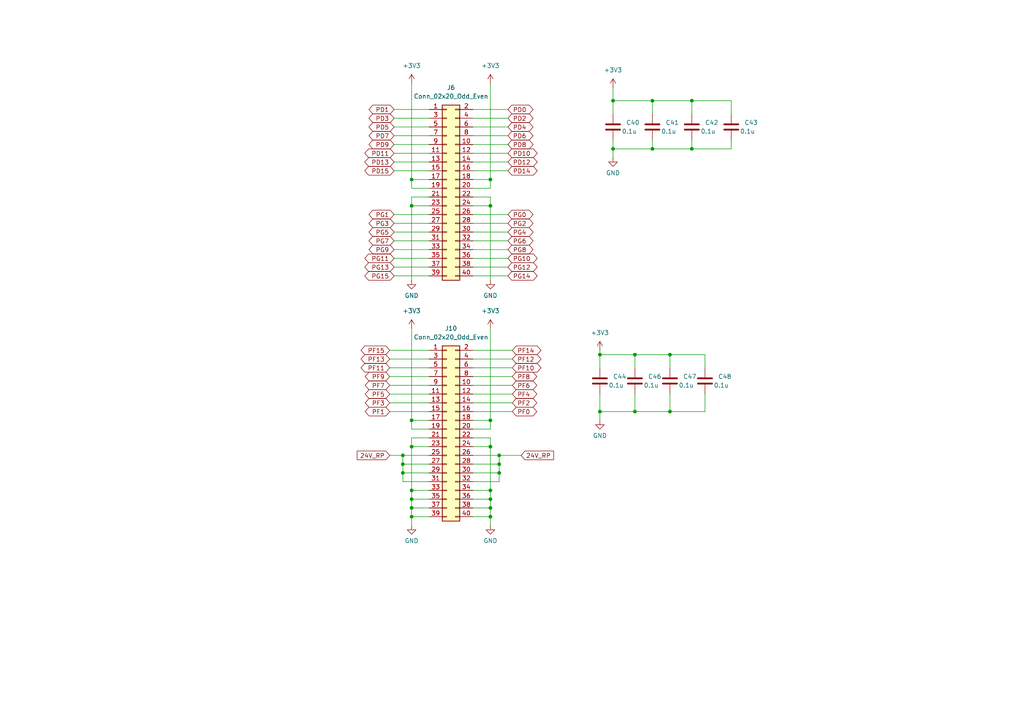
<source format=kicad_sch>
(kicad_sch (version 20231120) (generator "eeschema") (generator_version "8.0")
  (paper "A4")
  (lib_symbols
    (symbol "Connector_Generic:Conn_02x20_Odd_Even" (pin_names (offset 1.016) hide)
      (property "Reference" "J" (at 1.27 25.4 0))
      (property "Value" "Conn_02x20_Odd_Even" (at 1.27 -27.94 0))
      (symbol "Conn_02x20_Odd_Even_1_1"
        (rectangle (start -1.27 -25.273) (end 0 -25.527) (stroke (width 0.1524)))
        (rectangle (start -1.27 -22.733) (end 0 -22.987) (stroke (width 0.1524)))
        (rectangle (start -1.27 -20.193) (end 0 -20.447) (stroke (width 0.1524)))
        (rectangle (start -1.27 -17.653) (end 0 -17.907) (stroke (width 0.1524)))
        (rectangle (start -1.27 -15.113) (end 0 -15.367) (stroke (width 0.1524)))
        (rectangle (start -1.27 -12.573) (end 0 -12.827) (stroke (width 0.1524)))
        (rectangle (start -1.27 -10.033) (end 0 -10.287) (stroke (width 0.1524)))
        (rectangle (start -1.27 -7.493) (end 0 -7.747) (stroke (width 0.1524)))
        (rectangle (start -1.27 -4.953) (end 0 -5.207) (stroke (width 0.1524)))
        (rectangle (start -1.27 -2.413) (end 0 -2.667) (stroke (width 0.1524)))
        (rectangle (start -1.27 0.127) (end 0 -0.127) (stroke (width 0.1524)))
        (rectangle (start -1.27 2.667) (end 0 2.413) (stroke (width 0.1524)))
        (rectangle (start -1.27 5.207) (end 0 4.953) (stroke (width 0.1524)))
        (rectangle (start -1.27 7.747) (end 0 7.493) (stroke (width 0.1524)))
        (rectangle (start -1.27 10.287) (end 0 10.033) (stroke (width 0.1524)))
        (rectangle (start -1.27 12.827) (end 0 12.573) (stroke (width 0.1524)))
        (rectangle (start -1.27 15.367) (end 0 15.113) (stroke (width 0.1524)))
        (rectangle (start -1.27 17.907) (end 0 17.653) (stroke (width 0.1524)))
        (rectangle (start -1.27 20.447) (end 0 20.193) (stroke (width 0.1524)))
        (rectangle (start -1.27 22.987) (end 0 22.733) (stroke (width 0.1524)))
        (rectangle (start -1.27 24.13) (end 3.81 -26.67) (stroke (width 0.254)) (fill (type background)))
        (rectangle (start 3.81 -25.273) (end 2.54 -25.527) (stroke (width 0.1524)))
        (rectangle (start 3.81 -22.733) (end 2.54 -22.987) (stroke (width 0.1524)))
        (rectangle (start 3.81 -20.193) (end 2.54 -20.447) (stroke (width 0.1524)))
        (rectangle (start 3.81 -17.653) (end 2.54 -17.907) (stroke (width 0.1524)))
        (rectangle (start 3.81 -15.113) (end 2.54 -15.367) (stroke (width 0.1524)))
        (rectangle (start 3.81 -12.573) (end 2.54 -12.827) (stroke (width 0.1524)))
        (rectangle (start 3.81 -10.033) (end 2.54 -10.287) (stroke (width 0.1524)))
        (rectangle (start 3.81 -7.493) (end 2.54 -7.747) (stroke (width 0.1524)))
        (rectangle (start 3.81 -4.953) (end 2.54 -5.207) (stroke (width 0.1524)))
        (rectangle (start 3.81 -2.413) (end 2.54 -2.667) (stroke (width 0.1524)))
        (rectangle (start 3.81 0.127) (end 2.54 -0.127) (stroke (width 0.1524)))
        (rectangle (start 3.81 2.667) (end 2.54 2.413) (stroke (width 0.1524)))
        (rectangle (start 3.81 5.207) (end 2.54 4.953) (stroke (width 0.1524)))
        (rectangle (start 3.81 7.747) (end 2.54 7.493) (stroke (width 0.1524)))
        (rectangle (start 3.81 10.287) (end 2.54 10.033) (stroke (width 0.1524)))
        (rectangle (start 3.81 12.827) (end 2.54 12.573) (stroke (width 0.1524)))
        (rectangle (start 3.81 15.367) (end 2.54 15.113) (stroke (width 0.1524)))
        (rectangle (start 3.81 17.907) (end 2.54 17.653) (stroke (width 0.1524)))
        (rectangle (start 3.81 20.447) (end 2.54 20.193) (stroke (width 0.1524)))
        (rectangle (start 3.81 22.987) (end 2.54 22.733) (stroke (width 0.1524)))
        (pin passive line (at -5.08 22.86 0) (length 3.81) (name "Pin_1") (number "1"))
        (pin passive line (at 7.62 12.7 180) (length 3.81) (name "Pin_10") (number "10"))
        (pin passive line (at -5.08 10.16 0) (length 3.81) (name "Pin_11") (number "11"))
        (pin passive line (at 7.62 10.16 180) (length 3.81) (name "Pin_12") (number "12"))
        (pin passive line (at -5.08 7.62 0) (length 3.81) (name "Pin_13") (number "13"))
        (pin passive line (at 7.62 7.62 180) (length 3.81) (name "Pin_14") (number "14"))
        (pin passive line (at -5.08 5.08 0) (length 3.81) (name "Pin_15") (number "15"))
        (pin passive line (at 7.62 5.08 180) (length 3.81) (name "Pin_16") (number "16"))
        (pin passive line (at -5.08 2.54 0) (length 3.81) (name "Pin_17") (number "17"))
        (pin passive line (at 7.62 2.54 180) (length 3.81) (name "Pin_18") (number "18"))
        (pin passive line (at -5.08 0 0) (length 3.81) (name "Pin_19") (number "19"))
        (pin passive line (at 7.62 22.86 180) (length 3.81) (name "Pin_2") (number "2"))
        (pin passive line (at 7.62 0 180) (length 3.81) (name "Pin_20") (number "20"))
        (pin passive line (at -5.08 -2.54 0) (length 3.81) (name "Pin_21") (number "21"))
        (pin passive line (at 7.62 -2.54 180) (length 3.81) (name "Pin_22") (number "22"))
        (pin passive line (at -5.08 -5.08 0) (length 3.81) (name "Pin_23") (number "23"))
        (pin passive line (at 7.62 -5.08 180) (length 3.81) (name "Pin_24") (number "24"))
        (pin passive line (at -5.08 -7.62 0) (length 3.81) (name "Pin_25") (number "25"))
        (pin passive line (at 7.62 -7.62 180) (length 3.81) (name "Pin_26") (number "26"))
        (pin passive line (at -5.08 -10.16 0) (length 3.81) (name "Pin_27") (number "27"))
        (pin passive line (at 7.62 -10.16 180) (length 3.81) (name "Pin_28") (number "28"))
        (pin passive line (at -5.08 -12.7 0) (length 3.81) (name "Pin_29") (number "29"))
        (pin passive line (at -5.08 20.32 0) (length 3.81) (name "Pin_3") (number "3"))
        (pin passive line (at 7.62 -12.7 180) (length 3.81) (name "Pin_30") (number "30"))
        (pin passive line (at -5.08 -15.24 0) (length 3.81) (name "Pin_31") (number "31"))
        (pin passive line (at 7.62 -15.24 180) (length 3.81) (name "Pin_32") (number "32"))
        (pin passive line (at -5.08 -17.78 0) (length 3.81) (name "Pin_33") (number "33"))
        (pin passive line (at 7.62 -17.78 180) (length 3.81) (name "Pin_34") (number "34"))
        (pin passive line (at -5.08 -20.32 0) (length 3.81) (name "Pin_35") (number "35"))
        (pin passive line (at 7.62 -20.32 180) (length 3.81) (name "Pin_36") (number "36"))
        (pin passive line (at -5.08 -22.86 0) (length 3.81) (name "Pin_37") (number "37"))
        (pin passive line (at 7.62 -22.86 180) (length 3.81) (name "Pin_38") (number "38"))
        (pin passive line (at -5.08 -25.4 0) (length 3.81) (name "Pin_39") (number "39"))
        (pin passive line (at 7.62 20.32 180) (length 3.81) (name "Pin_4") (number "4"))
        (pin passive line (at 7.62 -25.4 180) (length 3.81) (name "Pin_40") (number "40"))
        (pin passive line (at -5.08 17.78 0) (length 3.81) (name "Pin_5") (number "5"))
        (pin passive line (at 7.62 17.78 180) (length 3.81) (name "Pin_6") (number "6"))
        (pin passive line (at -5.08 15.24 0) (length 3.81) (name "Pin_7") (number "7"))
        (pin passive line (at 7.62 15.24 180) (length 3.81) (name "Pin_8") (number "8"))
        (pin passive line (at -5.08 12.7 0) (length 3.81) (name "Pin_9") (number "9"))
      )
    )
    (symbol "Device:C" (pin_numbers hide) (pin_names (offset 0.254))
      (property "Reference" "C" (at 0.635 2.54 0))
      (property "Value" "C" (at 0.635 -2.54 0))
      (symbol "C_0_1"
        (polyline (pts (xy -2.032 -0.762) (xy 2.032 -0.762)) (stroke (width 0.508)))
        (polyline (pts (xy -2.032 0.762) (xy 2.032 0.762)) (stroke (width 0.508)))
      )
      (symbol "C_1_1"
        (pin passive line (at 0 3.81 270) (length 2.794) (name "~") (number "1"))
        (pin passive line (at 0 -3.81 90) (length 2.794) (name "~") (number "2"))
      )
    )
    (symbol "power:+3V3" (power) (pin_names (offset 0))
      (property "Value" "+3V3" (at 0 3.556 0))
      (symbol "+3V3_0_1"
        (polyline (pts (xy -0.762 1.27) (xy 0 2.54)))
        (polyline (pts (xy 0 0) (xy 0 2.54)))
        (polyline (pts (xy 0 2.54) (xy 0.762 1.27)))
      )
      (symbol "+3V3_1_1"
        (pin power_in line (at 0 0 90) (length 0) hide (name "+3V3") (number "1"))
      )
    )
    (symbol "power:GND" (power) (pin_names (offset 0))
      (property "Value" "GND" (at 0 -3.81 0))
      (symbol "GND_0_1"
        (polyline (pts (xy 0 0) (xy 0 -1.27) (xy 1.27 -1.27) (xy 0 -2.54) (xy -1.27 -1.27) (xy 0 -1.27)))
      )
      (symbol "GND_1_1"
        (pin power_in line (at 0 0 270) (length 0) hide (name "GND") (number "1"))
      )
    )
  )
  (junction (at 119.38 121.92))
  (junction (at 173.99 119.38))
  (junction (at 119.38 142.24))
  (junction (at 119.38 129.54))
  (junction (at 116.84 137.16))
  (junction (at 142.24 144.78))
  (junction (at 142.24 59.69))
  (junction (at 144.78 137.16))
  (junction (at 144.78 134.62))
  (junction (at 119.38 147.32))
  (junction (at 177.8 29.21))
  (junction (at 142.24 147.32))
  (junction (at 173.99 102.87))
  (junction (at 184.15 102.87))
  (junction (at 116.84 132.08))
  (junction (at 119.38 149.86))
  (junction (at 116.84 134.62))
  (junction (at 194.31 102.87))
  (junction (at 194.31 119.38))
  (junction (at 184.15 119.38))
  (junction (at 144.78 132.08))
  (junction (at 142.24 121.92))
  (junction (at 142.24 129.54))
  (junction (at 119.38 52.07))
  (junction (at 142.24 142.24))
  (junction (at 200.66 29.21))
  (junction (at 119.38 59.69))
  (junction (at 200.66 43.18))
  (junction (at 189.23 29.21))
  (junction (at 189.23 43.18))
  (junction (at 119.38 144.78))
  (junction (at 177.8 43.18))
  (junction (at 142.24 149.86))
  (junction (at 142.24 52.07))
  (wire (pts (xy 142.24 57.15) (xy 142.24 59.69)))
  (wire (pts (xy 147.32 31.75) (xy 137.16 31.75)))
  (wire (pts (xy 148.59 116.84) (xy 137.16 116.84)))
  (wire (pts (xy 119.38 144.78) (xy 124.46 144.78)))
  (wire (pts (xy 119.38 57.15) (xy 119.38 59.69)))
  (wire (pts (xy 142.24 147.32) (xy 142.24 149.86)))
  (wire (pts (xy 142.24 144.78) (xy 142.24 147.32)))
  (wire (pts (xy 137.16 132.08) (xy 144.78 132.08)))
  (wire (pts (xy 144.78 132.08) (xy 151.13 132.08)))
  (wire (pts (xy 177.8 29.21) (xy 189.23 29.21)))
  (wire (pts (xy 184.15 102.87) (xy 194.31 102.87)))
  (wire (pts (xy 114.3 77.47) (xy 124.46 77.47)))
  (wire (pts (xy 200.66 40.64) (xy 200.66 43.18)))
  (wire (pts (xy 137.16 124.46) (xy 142.24 124.46)))
  (wire (pts (xy 147.32 46.99) (xy 137.16 46.99)))
  (wire (pts (xy 173.99 101.6) (xy 173.99 102.87)))
  (wire (pts (xy 189.23 29.21) (xy 200.66 29.21)))
  (wire (pts (xy 148.59 109.22) (xy 137.16 109.22)))
  (wire (pts (xy 113.03 111.76) (xy 124.46 111.76)))
  (wire (pts (xy 119.38 59.69) (xy 124.46 59.69)))
  (wire (pts (xy 177.8 29.21) (xy 177.8 33.02)))
  (wire (pts (xy 113.03 132.08) (xy 116.84 132.08)))
  (wire (pts (xy 142.24 95.25) (xy 142.24 121.92)))
  (wire (pts (xy 119.38 127) (xy 124.46 127)))
  (wire (pts (xy 177.8 43.18) (xy 177.8 45.72)))
  (wire (pts (xy 204.47 119.38) (xy 194.31 119.38)))
  (wire (pts (xy 119.38 127) (xy 119.38 129.54)))
  (wire (pts (xy 119.38 57.15) (xy 124.46 57.15)))
  (wire (pts (xy 137.16 52.07) (xy 142.24 52.07)))
  (wire (pts (xy 200.66 43.18) (xy 212.09 43.18)))
  (wire (pts (xy 142.24 129.54) (xy 142.24 142.24)))
  (wire (pts (xy 142.24 121.92) (xy 142.24 124.46)))
  (wire (pts (xy 144.78 137.16) (xy 144.78 134.62)))
  (wire (pts (xy 119.38 121.92) (xy 124.46 121.92)))
  (wire (pts (xy 119.38 147.32) (xy 124.46 147.32)))
  (wire (pts (xy 189.23 43.18) (xy 177.8 43.18)))
  (wire (pts (xy 137.16 129.54) (xy 142.24 129.54)))
  (wire (pts (xy 113.03 101.6) (xy 124.46 101.6)))
  (wire (pts (xy 119.38 95.25) (xy 119.38 121.92)))
  (wire (pts (xy 137.16 149.86) (xy 142.24 149.86)))
  (wire (pts (xy 147.32 67.31) (xy 137.16 67.31)))
  (wire (pts (xy 204.47 114.3) (xy 204.47 119.38)))
  (wire (pts (xy 114.3 34.29) (xy 124.46 34.29)))
  (wire (pts (xy 137.16 127) (xy 142.24 127)))
  (wire (pts (xy 116.84 132.08) (xy 124.46 132.08)))
  (wire (pts (xy 119.38 149.86) (xy 124.46 149.86)))
  (wire (pts (xy 148.59 106.68) (xy 137.16 106.68)))
  (wire (pts (xy 119.38 149.86) (xy 119.38 152.4)))
  (wire (pts (xy 184.15 119.38) (xy 173.99 119.38)))
  (wire (pts (xy 147.32 62.23) (xy 137.16 62.23)))
  (wire (pts (xy 189.23 40.64) (xy 189.23 43.18)))
  (wire (pts (xy 148.59 119.38) (xy 137.16 119.38)))
  (wire (pts (xy 119.38 52.07) (xy 119.38 54.61)))
  (wire (pts (xy 114.3 46.99) (xy 124.46 46.99)))
  (wire (pts (xy 137.16 57.15) (xy 142.24 57.15)))
  (wire (pts (xy 119.38 24.13) (xy 119.38 52.07)))
  (wire (pts (xy 137.16 144.78) (xy 142.24 144.78)))
  (wire (pts (xy 144.78 139.7) (xy 144.78 137.16)))
  (wire (pts (xy 114.3 64.77) (xy 124.46 64.77)))
  (wire (pts (xy 147.32 49.53) (xy 137.16 49.53)))
  (wire (pts (xy 137.16 134.62) (xy 144.78 134.62)))
  (wire (pts (xy 142.24 127) (xy 142.24 129.54)))
  (wire (pts (xy 119.38 54.61) (xy 124.46 54.61)))
  (wire (pts (xy 184.15 114.3) (xy 184.15 119.38)))
  (wire (pts (xy 124.46 139.7) (xy 116.84 139.7)))
  (wire (pts (xy 147.32 74.93) (xy 137.16 74.93)))
  (wire (pts (xy 114.3 74.93) (xy 124.46 74.93)))
  (wire (pts (xy 194.31 102.87) (xy 204.47 102.87)))
  (wire (pts (xy 200.66 43.18) (xy 189.23 43.18)))
  (wire (pts (xy 212.09 40.64) (xy 212.09 43.18)))
  (wire (pts (xy 200.66 29.21) (xy 212.09 29.21)))
  (wire (pts (xy 113.03 114.3) (xy 124.46 114.3)))
  (wire (pts (xy 137.16 139.7) (xy 144.78 139.7)))
  (wire (pts (xy 147.32 80.01) (xy 137.16 80.01)))
  (wire (pts (xy 142.24 149.86) (xy 142.24 152.4)))
  (wire (pts (xy 147.32 41.91) (xy 137.16 41.91)))
  (wire (pts (xy 177.8 25.4) (xy 177.8 29.21)))
  (wire (pts (xy 119.38 121.92) (xy 119.38 124.46)))
  (wire (pts (xy 116.84 134.62) (xy 116.84 132.08)))
  (wire (pts (xy 114.3 67.31) (xy 124.46 67.31)))
  (wire (pts (xy 137.16 121.92) (xy 142.24 121.92)))
  (wire (pts (xy 142.24 52.07) (xy 142.24 54.61)))
  (wire (pts (xy 147.32 69.85) (xy 137.16 69.85)))
  (wire (pts (xy 119.38 52.07) (xy 124.46 52.07)))
  (wire (pts (xy 119.38 142.24) (xy 119.38 144.78)))
  (wire (pts (xy 137.16 137.16) (xy 144.78 137.16)))
  (wire (pts (xy 114.3 72.39) (xy 124.46 72.39)))
  (wire (pts (xy 177.8 40.64) (xy 177.8 43.18)))
  (wire (pts (xy 147.32 44.45) (xy 137.16 44.45)))
  (wire (pts (xy 137.16 59.69) (xy 142.24 59.69)))
  (wire (pts (xy 147.32 34.29) (xy 137.16 34.29)))
  (wire (pts (xy 194.31 102.87) (xy 194.31 106.68)))
  (wire (pts (xy 212.09 29.21) (xy 212.09 33.02)))
  (wire (pts (xy 194.31 119.38) (xy 184.15 119.38)))
  (wire (pts (xy 147.32 64.77) (xy 137.16 64.77)))
  (wire (pts (xy 137.16 147.32) (xy 142.24 147.32)))
  (wire (pts (xy 147.32 39.37) (xy 137.16 39.37)))
  (wire (pts (xy 173.99 119.38) (xy 173.99 121.92)))
  (wire (pts (xy 119.38 144.78) (xy 119.38 147.32)))
  (wire (pts (xy 114.3 49.53) (xy 124.46 49.53)))
  (wire (pts (xy 119.38 129.54) (xy 124.46 129.54)))
  (wire (pts (xy 142.24 59.69) (xy 142.24 81.28)))
  (wire (pts (xy 114.3 62.23) (xy 124.46 62.23)))
  (wire (pts (xy 142.24 24.13) (xy 142.24 52.07)))
  (wire (pts (xy 184.15 102.87) (xy 184.15 106.68)))
  (wire (pts (xy 116.84 134.62) (xy 124.46 134.62)))
  (wire (pts (xy 119.38 59.69) (xy 119.38 81.28)))
  (wire (pts (xy 119.38 124.46) (xy 124.46 124.46)))
  (wire (pts (xy 114.3 36.83) (xy 124.46 36.83)))
  (wire (pts (xy 148.59 101.6) (xy 137.16 101.6)))
  (wire (pts (xy 147.32 77.47) (xy 137.16 77.47)))
  (wire (pts (xy 114.3 44.45) (xy 124.46 44.45)))
  (wire (pts (xy 144.78 134.62) (xy 144.78 132.08)))
  (wire (pts (xy 137.16 54.61) (xy 142.24 54.61)))
  (wire (pts (xy 148.59 104.14) (xy 137.16 104.14)))
  (wire (pts (xy 194.31 114.3) (xy 194.31 119.38)))
  (wire (pts (xy 189.23 29.21) (xy 189.23 33.02)))
  (wire (pts (xy 173.99 102.87) (xy 184.15 102.87)))
  (wire (pts (xy 119.38 147.32) (xy 119.38 149.86)))
  (wire (pts (xy 119.38 142.24) (xy 124.46 142.24)))
  (wire (pts (xy 147.32 36.83) (xy 137.16 36.83)))
  (wire (pts (xy 204.47 102.87) (xy 204.47 106.68)))
  (wire (pts (xy 200.66 29.21) (xy 200.66 33.02)))
  (wire (pts (xy 116.84 137.16) (xy 124.46 137.16)))
  (wire (pts (xy 148.59 111.76) (xy 137.16 111.76)))
  (wire (pts (xy 114.3 31.75) (xy 124.46 31.75)))
  (wire (pts (xy 173.99 114.3) (xy 173.99 119.38)))
  (wire (pts (xy 113.03 104.14) (xy 124.46 104.14)))
  (wire (pts (xy 113.03 106.68) (xy 124.46 106.68)))
  (wire (pts (xy 114.3 41.91) (xy 124.46 41.91)))
  (wire (pts (xy 142.24 142.24) (xy 142.24 144.78)))
  (wire (pts (xy 113.03 116.84) (xy 124.46 116.84)))
  (wire (pts (xy 147.32 72.39) (xy 137.16 72.39)))
  (wire (pts (xy 137.16 142.24) (xy 142.24 142.24)))
  (wire (pts (xy 114.3 80.01) (xy 124.46 80.01)))
  (wire (pts (xy 116.84 139.7) (xy 116.84 137.16)))
  (wire (pts (xy 119.38 129.54) (xy 119.38 142.24)))
  (wire (pts (xy 113.03 119.38) (xy 124.46 119.38)))
  (wire (pts (xy 114.3 69.85) (xy 124.46 69.85)))
  (wire (pts (xy 173.99 102.87) (xy 173.99 106.68)))
  (wire (pts (xy 113.03 109.22) (xy 124.46 109.22)))
  (wire (pts (xy 116.84 137.16) (xy 116.84 134.62)))
  (wire (pts (xy 148.59 114.3) (xy 137.16 114.3)))
  (wire (pts (xy 114.3 39.37) (xy 124.46 39.37)))
  (global_label "PD7" (shape bidirectional) (at 114.3 39.37 180) (property "Intersheetrefs" "${INTERSHEET_REFS}" (effects (hide yes))))
  (global_label "PG7" (shape bidirectional) (at 114.3 69.85 180) (property "Intersheetrefs" "${INTERSHEET_REFS}" (effects (hide yes))))
  (global_label "PG1" (shape bidirectional) (at 114.3 62.23 180) (property "Intersheetrefs" "${INTERSHEET_REFS}" (effects (hide yes))))
  (global_label "PG9" (shape bidirectional) (at 114.3 72.39 180) (property "Intersheetrefs" "${INTERSHEET_REFS}" (effects (hide yes))))
  (global_label "PF3" (shape bidirectional) (at 113.03 116.84 180) (property "Intersheetrefs" "${INTERSHEET_REFS}" (effects (hide yes))))
  (global_label "PF5" (shape bidirectional) (at 113.03 114.3 180) (property "Intersheetrefs" "${INTERSHEET_REFS}" (effects (hide yes))))
  (global_label "PD2" (shape bidirectional) (at 147.32 34.29 0) (property "Intersheetrefs" "${INTERSHEET_REFS}" (effects (hide yes))))
  (global_label "PG0" (shape bidirectional) (at 147.32 62.23 0) (property "Intersheetrefs" "${INTERSHEET_REFS}" (effects (hide yes))))
  (global_label "PD4" (shape bidirectional) (at 147.32 36.83 0) (property "Intersheetrefs" "${INTERSHEET_REFS}" (effects (hide yes))))
  (global_label "PF7" (shape bidirectional) (at 113.03 111.76 180) (property "Intersheetrefs" "${INTERSHEET_REFS}" (effects (hide yes))))
  (global_label "PF1" (shape bidirectional) (at 113.03 119.38 180) (property "Intersheetrefs" "${INTERSHEET_REFS}" (effects (hide yes))))
  (global_label "PD10" (shape bidirectional) (at 147.32 44.45 0) (property "Intersheetrefs" "${INTERSHEET_REFS}" (effects (hide yes))))
  (global_label "PF8" (shape bidirectional) (at 148.59 109.22 0) (property "Intersheetrefs" "${INTERSHEET_REFS}" (effects (hide yes))))
  (global_label "PG10" (shape bidirectional) (at 147.32 74.93 0) (property "Intersheetrefs" "${INTERSHEET_REFS}" (effects (hide yes))))
  (global_label "PF13" (shape bidirectional) (at 113.03 104.14 180) (property "Intersheetrefs" "${INTERSHEET_REFS}" (effects (hide yes))))
  (global_label "PD8" (shape bidirectional) (at 147.32 41.91 0) (property "Intersheetrefs" "${INTERSHEET_REFS}" (effects (hide yes))))
  (global_label "PD3" (shape bidirectional) (at 114.3 34.29 180) (property "Intersheetrefs" "${INTERSHEET_REFS}" (effects (hide yes))))
  (global_label "PD13" (shape bidirectional) (at 114.3 46.99 180) (property "Intersheetrefs" "${INTERSHEET_REFS}" (effects (hide yes))))
  (global_label "PF6" (shape bidirectional) (at 148.59 111.76 0) (property "Intersheetrefs" "${INTERSHEET_REFS}" (effects (hide yes))))
  (global_label "PD5" (shape bidirectional) (at 114.3 36.83 180) (property "Intersheetrefs" "${INTERSHEET_REFS}" (effects (hide yes))))
  (global_label "PD11" (shape bidirectional) (at 114.3 44.45 180) (property "Intersheetrefs" "${INTERSHEET_REFS}" (effects (hide yes))))
  (global_label "PF0" (shape bidirectional) (at 148.59 119.38 0) (property "Intersheetrefs" "${INTERSHEET_REFS}" (effects (hide yes))))
  (global_label "PG4" (shape bidirectional) (at 147.32 67.31 0) (property "Intersheetrefs" "${INTERSHEET_REFS}" (effects (hide yes))))
  (global_label "PF12" (shape bidirectional) (at 148.59 104.14 0) (property "Intersheetrefs" "${INTERSHEET_REFS}" (effects (hide yes))))
  (global_label "PF10" (shape bidirectional) (at 148.59 106.68 0) (property "Intersheetrefs" "${INTERSHEET_REFS}" (effects (hide yes))))
  (global_label "24V_RP" (shape input) (at 113.03 132.08 180) (property "Intersheetrefs" "${INTERSHEET_REFS}" (effects (hide yes))))
  (global_label "PD15" (shape bidirectional) (at 114.3 49.53 180) (property "Intersheetrefs" "${INTERSHEET_REFS}" (effects (hide yes))))
  (global_label "PD12" (shape bidirectional) (at 147.32 46.99 0) (property "Intersheetrefs" "${INTERSHEET_REFS}" (effects (hide yes))))
  (global_label "PD1" (shape bidirectional) (at 114.3 31.75 180) (property "Intersheetrefs" "${INTERSHEET_REFS}" (effects (hide yes))))
  (global_label "PG8" (shape bidirectional) (at 147.32 72.39 0) (property "Intersheetrefs" "${INTERSHEET_REFS}" (effects (hide yes))))
  (global_label "PF2" (shape bidirectional) (at 148.59 116.84 0) (property "Intersheetrefs" "${INTERSHEET_REFS}" (effects (hide yes))))
  (global_label "PG12" (shape bidirectional) (at 147.32 77.47 0) (property "Intersheetrefs" "${INTERSHEET_REFS}" (effects (hide yes))))
  (global_label "PG11" (shape bidirectional) (at 114.3 74.93 180) (property "Intersheetrefs" "${INTERSHEET_REFS}" (effects (hide yes))))
  (global_label "PG2" (shape bidirectional) (at 147.32 64.77 0) (property "Intersheetrefs" "${INTERSHEET_REFS}" (effects (hide yes))))
  (global_label "24V_RP" (shape input) (at 151.13 132.08 0) (property "Intersheetrefs" "${INTERSHEET_REFS}" (effects (hide yes))))
  (global_label "PF15" (shape bidirectional) (at 113.03 101.6 180) (property "Intersheetrefs" "${INTERSHEET_REFS}" (effects (hide yes))))
  (global_label "PD14" (shape bidirectional) (at 147.32 49.53 0) (property "Intersheetrefs" "${INTERSHEET_REFS}" (effects (hide yes))))
  (global_label "PG13" (shape bidirectional) (at 114.3 77.47 180) (property "Intersheetrefs" "${INTERSHEET_REFS}" (effects (hide yes))))
  (global_label "PF11" (shape bidirectional) (at 113.03 106.68 180) (property "Intersheetrefs" "${INTERSHEET_REFS}" (effects (hide yes))))
  (global_label "PF4" (shape bidirectional) (at 148.59 114.3 0) (property "Intersheetrefs" "${INTERSHEET_REFS}" (effects (hide yes))))
  (global_label "PG14" (shape bidirectional) (at 147.32 80.01 0) (property "Intersheetrefs" "${INTERSHEET_REFS}" (effects (hide yes))))
  (global_label "PF9" (shape bidirectional) (at 113.03 109.22 180) (property "Intersheetrefs" "${INTERSHEET_REFS}" (effects (hide yes))))
  (global_label "PG6" (shape bidirectional) (at 147.32 69.85 0) (property "Intersheetrefs" "${INTERSHEET_REFS}" (effects (hide yes))))
  (global_label "PF14" (shape bidirectional) (at 148.59 101.6 0) (property "Intersheetrefs" "${INTERSHEET_REFS}" (effects (hide yes))))
  (global_label "PD9" (shape bidirectional) (at 114.3 41.91 180) (property "Intersheetrefs" "${INTERSHEET_REFS}" (effects (hide yes))))
  (global_label "PD0" (shape bidirectional) (at 147.32 31.75 0) (property "Intersheetrefs" "${INTERSHEET_REFS}" (effects (hide yes))))
  (global_label "PD6" (shape bidirectional) (at 147.32 39.37 0) (property "Intersheetrefs" "${INTERSHEET_REFS}" (effects (hide yes))))
  (global_label "PG3" (shape bidirectional) (at 114.3 64.77 180) (property "Intersheetrefs" "${INTERSHEET_REFS}" (effects (hide yes))))
  (global_label "PG5" (shape bidirectional) (at 114.3 67.31 180) (property "Intersheetrefs" "${INTERSHEET_REFS}" (effects (hide yes))))
  (global_label "PG15" (shape bidirectional) (at 114.3 80.01 180) (property "Intersheetrefs" "${INTERSHEET_REFS}" (effects (hide yes))))
  (symbol (lib_id "Device:C") (at 184.15 110.49 0) (unit 1)
    (property "Reference" "C46" (at 187.96 109.22 0) (effects (justify left)))
    (property "Value" "0.1u" (at 186.69 111.76 0) (effects (justify left)))
    (property "Footprint" "Capacitor_SMD:C_0603_1608Metric_Pad1.08x0.95mm_HandSolder" (effects (hide yes)))
  )
  (symbol (lib_id "power:GND") (at 142.24 152.4 0) (unit 1)
    (property "Reference" "#PWR081" (effects (hide yes)))
    (property "Value" "GND" (at 142.24 156.845 0))
  )
  (symbol (lib_id "power:+3V3") (at 119.38 95.25 0) (unit 1)
    (property "Reference" "#PWR078" (effects (hide yes)))
    (property "Value" "+3V3" (at 119.38 90.17 0))
  )
  (symbol (lib_id "power:+3V3") (at 142.24 24.13 0) (unit 1)
    (property "Reference" "#PWR069" (effects (hide yes)))
    (property "Value" "+3V3" (at 142.24 19.05 0))
  )
  (symbol (lib_id "Device:C") (at 177.8 36.83 0) (unit 1)
    (property "Reference" "C40" (at 181.61 35.56 0) (effects (justify left)))
    (property "Value" "0.1u" (at 180.34 38.1 0) (effects (justify left)))
    (property "Footprint" "Capacitor_SMD:C_0603_1608Metric_Pad1.08x0.95mm_HandSolder" (effects (hide yes)))
  )
  (symbol (lib_id "power:+3V3") (at 177.8 25.4 0) (unit 1)
    (property "Reference" "#PWR073" (effects (hide yes)))
    (property "Value" "+3V3" (at 177.8 20.32 0))
  )
  (symbol (lib_id "power:GND") (at 173.99 121.92 0) (unit 1)
    (property "Reference" "#PWR075" (effects (hide yes)))
    (property "Value" "GND" (at 173.99 126.365 0))
  )
  (symbol (lib_id "power:+3V3") (at 119.38 24.13 0) (unit 1)
    (property "Reference" "#PWR068" (effects (hide yes)))
    (property "Value" "+3V3" (at 119.38 19.05 0))
  )
  (symbol (lib_id "power:GND") (at 119.38 81.28 0) (unit 1)
    (property "Reference" "#PWR070" (effects (hide yes)))
    (property "Value" "GND" (at 119.38 85.725 0))
  )
  (symbol (lib_id "Device:C") (at 204.47 110.49 0) (unit 1)
    (property "Reference" "C48" (at 208.28 109.22 0) (effects (justify left)))
    (property "Value" "0.1u" (at 207.01 111.76 0) (effects (justify left)))
    (property "Footprint" "Capacitor_SMD:C_0603_1608Metric_Pad1.08x0.95mm_HandSolder" (effects (hide yes)))
  )
  (symbol (lib_id "Device:C") (at 189.23 36.83 0) (unit 1)
    (property "Reference" "C41" (at 193.04 35.56 0) (effects (justify left)))
    (property "Value" "0.1u" (at 191.77 38.1 0) (effects (justify left)))
    (property "Footprint" "Capacitor_SMD:C_0603_1608Metric_Pad1.08x0.95mm_HandSolder" (effects (hide yes)))
  )
  (symbol (lib_id "power:+3V3") (at 173.99 101.6 0) (unit 1)
    (property "Reference" "#PWR074" (effects (hide yes)))
    (property "Value" "+3V3" (at 173.99 96.52 0))
  )
  (symbol (lib_id "Connector_Generic:Conn_02x20_Odd_Even") (at 129.54 124.46 0) (unit 1)
    (property "Reference" "J10" (at 130.81 95.25 0))
    (property "Value" "Conn_02x20_Odd_Even" (at 130.81 97.79 0))
    (property "Footprint" "Connector_PinSocket_2.54mm:PinSocket_2x20_P2.54mm_Vertical" (effects (hide yes)))
    (property "Description" "Generic connector, double row, 02x20, odd/even pin numbering scheme (row 1 odd numbers, row 2 even numbers), script generated (kicad-library-utils/schlib/autogen/connector/)" (effects (hide yes)))
  )
  (symbol (lib_id "power:GND") (at 177.8 45.72 0) (unit 1)
    (property "Reference" "#PWR072" (effects (hide yes)))
    (property "Value" "GND" (at 177.8 50.165 0))
  )
  (symbol (lib_id "Device:C") (at 173.99 110.49 0) (unit 1)
    (property "Reference" "C44" (at 177.8 109.22 0) (effects (justify left)))
    (property "Value" "0.1u" (at 176.53 111.76 0) (effects (justify left)))
    (property "Footprint" "Capacitor_SMD:C_0603_1608Metric_Pad1.08x0.95mm_HandSolder" (effects (hide yes)))
  )
  (symbol (lib_id "power:+3V3") (at 142.24 95.25 0) (unit 1)
    (property "Reference" "#PWR079" (effects (hide yes)))
    (property "Value" "+3V3" (at 142.24 90.17 0))
  )
  (symbol (lib_id "power:GND") (at 142.24 81.28 0) (unit 1)
    (property "Reference" "#PWR071" (effects (hide yes)))
    (property "Value" "GND" (at 142.24 85.725 0))
  )
  (symbol (lib_id "Device:C") (at 194.31 110.49 0) (unit 1)
    (property "Reference" "C47" (at 198.12 109.22 0) (effects (justify left)))
    (property "Value" "0.1u" (at 196.85 111.76 0) (effects (justify left)))
    (property "Footprint" "Capacitor_SMD:C_0603_1608Metric_Pad1.08x0.95mm_HandSolder" (effects (hide yes)))
  )
  (symbol (lib_id "Device:C") (at 212.09 36.83 0) (unit 1)
    (property "Reference" "C43" (at 215.9 35.56 0) (effects (justify left)))
    (property "Value" "0.1u" (at 214.63 38.1 0) (effects (justify left)))
    (property "Footprint" "Capacitor_SMD:C_0603_1608Metric_Pad1.08x0.95mm_HandSolder" (effects (hide yes)))
  )
  (symbol (lib_id "Device:C") (at 200.66 36.83 0) (unit 1)
    (property "Reference" "C42" (at 204.47 35.56 0) (effects (justify left)))
    (property "Value" "0.1u" (at 203.2 38.1 0) (effects (justify left)))
    (property "Footprint" "Capacitor_SMD:C_0603_1608Metric_Pad1.08x0.95mm_HandSolder" (effects (hide yes)))
  )
  (symbol (lib_id "power:GND") (at 119.38 152.4 0) (unit 1)
    (property "Reference" "#PWR080" (effects (hide yes)))
    (property "Value" "GND" (at 119.38 156.845 0))
  )
  (symbol (lib_id "Connector_Generic:Conn_02x20_Odd_Even") (at 129.54 54.61 0) (unit 1)
    (property "Reference" "J6" (at 130.81 25.4 0))
    (property "Value" "Conn_02x20_Odd_Even" (at 130.81 27.94 0))
    (property "Footprint" "Connector_PinSocket_2.54mm:PinSocket_2x20_P2.54mm_Vertical" (effects (hide yes)))
    (property "Description" "Generic connector, double row, 02x20, odd/even pin numbering scheme (row 1 odd numbers, row 2 even numbers), script generated (kicad-library-utils/schlib/autogen/connector/)" (effects (hide yes)))
  )
)
</source>
